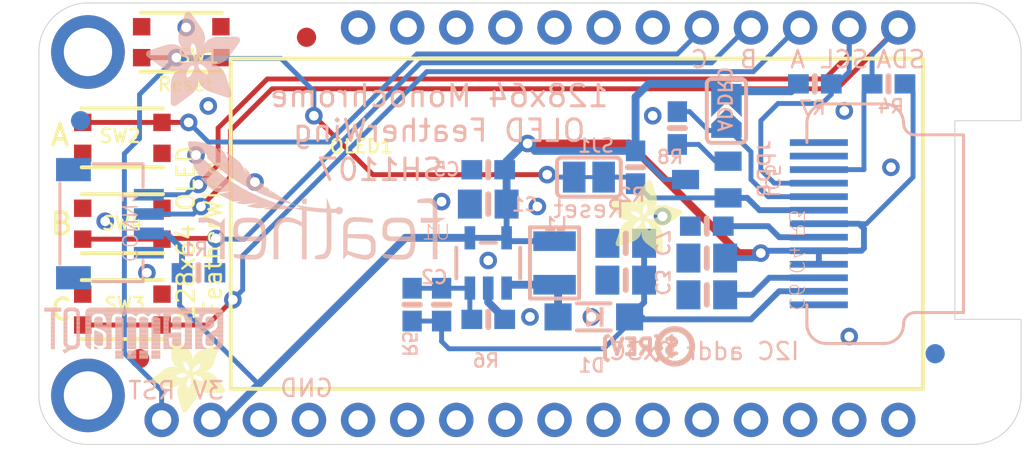
<source format=kicad_pcb>
(kicad_pcb (version 20240108) (generator "pcbnew") (generator_version "8.0")
  (layers (0 "F.Cu" signal) (31 "B.Cu" signal) (34 "B.Paste" user) (35 "F.Paste" user) (36 "B.SilkS" user "B.Silkscreen") (37 "F.SilkS" user "F.Silkscreen") (38 "B.Mask" user) (39 "F.Mask" user) (44 "Edge.Cuts" user))
  (net 0 "")
  (net 1 "GND")
  (net 2 "~{RESET}")
  (net 3 "3.3V")
  (net 4 "J")
  (net 5 "I")
  (net 6 "H")
  (net 7 "SDA")
  (net 8 "SCL")
  (net 9 "~{OLED_RST}")
  (net 10 "N$7")
  (net 11 "VCOMH")
  (net 12 "+12V")
  (net 13 "N$1")
  (net 14 "N$3")
  (net 15 "N$2")
  (footprint "Adafruit 128x64 OLED FeatherWing:BTN_KMR2_4.6X2.8" (layer "F.Cu") (at 127.4191 100.5586 180)
    (property "Reference" "SW2" (at -1.016 0.508 0) (layer "F.SilkS") (effects (font (size 0.692831 0.692831) (thickness 0.119969)) (justify right top)))
    (property "Value" "KMR2")
    (pad "A" smd rect (at 2.05 -0.8 180) (size 0.9 0.9) (layers "F.Cu" "F.Paste" "F.Mask") (net 1 "GND"))
    (pad "A'" smd rect (at -2.05 -0.8 180) (size 0.9 0.9) (layers "F.Cu" "F.Paste" "F.Mask") (net 1 "GND"))
    (pad "B" smd rect (at 2.05 0.8 180) (size 0.9 0.9) (layers "F.Cu" "F.Paste" "F.Mask") (net 4 "J"))
    (pad "B'" smd rect (at -2.05 0.8 180) (size 0.9 0.9) (layers "F.Cu" "F.Paste" "F.Mask") (net 4 "J"))
  )
  (footprint "Adafruit 128x64 OLED FeatherWing:BTN_KMR2_4.6X2.8" (layer "F.Cu") (at 127.4191 105.0036)
    (property "Reference" "SW4" (at -1.143 0.381 0) (layer "F.SilkS") (effects (font (size 0.692831 0.692831) (thickness 0.119969)) (justify left bottom)))
    (property "Value" "KMR2")
    (pad "A" smd rect (at 2.05 -0.8) (size 0.9 0.9) (layers "F.Cu" "F.Paste" "F.Mask") (net 1 "GND"))
    (pad "A'" smd rect (at -2.05 -0.8) (size 0.9 0.9) (layers "F.Cu" "F.Paste" "F.Mask") (net 1 "GND"))
    (pad "B" smd rect (at 2.05 0.8) (size 0.9 0.9) (layers "F.Cu" "F.Paste" "F.Mask") (net 5 "I"))
    (pad "B'" smd rect (at -2.05 0.8) (size 0.9 0.9) (layers "F.Cu" "F.Paste" "F.Mask") (net 5 "I"))
  )
  (footprint "Adafruit 128x64 OLED FeatherWing:BTN_KMR2_4.6X2.8" (layer "F.Cu") (at 127.4191 109.4486)
    (property "Reference" "SW3" (at -1.016 0.127 0) (layer "F.SilkS") (effects (font (size 0.692831 0.692831) (thickness 0.119969)) (justify left bottom)))
    (property "Value" "KMR2")
    (pad "A" smd rect (at 2.05 -0.8) (size 0.9 0.9) (layers "F.Cu" "F.Paste" "F.Mask") (net 1 "GND"))
    (pad "A'" smd rect (at -2.05 -0.8) (size 0.9 0.9) (layers "F.Cu" "F.Paste" "F.Mask") (net 1 "GND"))
    (pad "B" smd rect (at 2.05 0.8) (size 0.9 0.9) (layers "F.Cu" "F.Paste" "F.Mask") (net 6 "H"))
    (pad "B'" smd rect (at -2.05 0.8) (size 0.9 0.9) (layers "F.Cu" "F.Paste" "F.Mask") (net 6 "H"))
  )
  (footprint "Adafruit 128x64 OLED FeatherWing:BTN_KMR2_4.6X2.8" (layer "F.Cu") (at 130.4671 95.6056)
    (property "Reference" "SW1" (at -0.254 1.143 0) (layer "F.SilkS") (effects (font (size 0.692831 0.692831) (thickness 0.119969)) (justify left bottom)))
    (property "Value" "KMR2")
    (pad "A" smd rect (at 2.05 -0.8) (size 0.9 0.9) (layers "F.Cu" "F.Paste" "F.Mask") (net 1 "GND"))
    (pad "A'" smd rect (at -2.05 -0.8) (size 0.9 0.9) (layers "F.Cu" "F.Paste" "F.Mask") (net 1 "GND"))
    (pad "B" smd rect (at 2.05 0.8) (size 0.9 0.9) (layers "F.Cu" "F.Paste" "F.Mask") (net 2 "~{RESET}"))
    (pad "B'" smd rect (at -2.05 0.8) (size 0.9 0.9) (layers "F.Cu" "F.Paste" "F.Mask") (net 2 "~{RESET}"))
  )
  (footprint "Adafruit 128x64 OLED FeatherWing:FIDUCIAL_1MM" (layer "F.Cu") (at 128.3081 111.9886)
    (property "Reference" "FID2" (hide yes))
    (property "Value" "FIDUCIAL_1MM" (hide yes))
    (pad "1" smd roundrect (at 0 0) (size 1 1) (layers "F.Cu" "F.Mask") (roundrect_rratio 0.5))
  )
  (footprint "Adafruit 128x64 OLED FeatherWing:FIDUCIAL_1MM" (layer "F.Cu") (at 136.9441 95.3516)
    (property "Reference" "FID3" (hide yes))
    (property "Value" "FIDUCIAL_1MM" (hide yes))
    (pad "1" smd roundrect (at 0 0) (size 1 1) (layers "F.Cu" "F.Mask") (roundrect_rratio 0.5))
  )
  (footprint "Adafruit 128x64 OLED FeatherWing:ADAFRUIT_3.5MM" (layer "F.Cu") (at 132.7531 110.9726 180)
    (property "Reference" "U$37" (hide yes))
    (property "Value" "" (hide yes))
  )
  (footprint "Adafruit 128x64 OLED FeatherWing:ADAFRUIT_3.5MM" (layer "F.Cu") (at 152.5651 106.5276)
    (property "Reference" "U$16" (hide yes))
    (property "Value" "" (hide yes))
  )
  (footprint "Adafruit 128x64 OLED FeatherWing:FEATHERWING_NODIM" (layer "F.Cu") (at 123.1011 116.4336)
    (property "Reference" "MS1" (hide yes))
    (property "Value" "FEATHERWING_NODIM" (hide yes))
    (pad "" np_thru_hole circle (at 48.26 -20.32) (size 2.54 2.54) (drill 2.54) (layers "*.Cu" "*.Mask"))
    (pad "" np_thru_hole circle (at 48.26 -2.54) (size 2.54 2.54) (drill 2.54) (layers "*.Cu" "*.Mask"))
    (pad "1" thru_hole circle (at 6.35 -1.27) (size 1.778 1.778) (drill 1) (layers "*.Cu" "*.Mask") (net 2 "~{RESET}"))
    (pad "2" thru_hole circle (at 8.89 -1.27) (size 1.778 1.778) (drill 1) (layers "*.Cu" "*.Mask") (net 3 "3.3V"))
    (pad "3" thru_hole circle (at 11.43 -1.27) (size 1.778 1.778) (drill 1) (layers "*.Cu" "*.Mask"))
    (pad "4" thru_hole circle (at 13.97 -1.27) (size 1.778 1.778) (drill 1) (layers "*.Cu" "*.Mask") (net 1 "GND"))
    (pad "5" thru_hole circle (at 16.51 -1.27) (size 1.778 1.778) (drill 1) (layers "*.Cu" "*.Mask"))
    (pad "6" thru_hole circle (at 19.05 -1.27) (size 1.778 1.778) (drill 1) (layers "*.Cu" "*.Mask"))
    (pad "7" thru_hole circle (at 21.59 -1.27) (size 1.778 1.778) (drill 1) (layers "*.Cu" "*.Mask"))
    (pad "8" thru_hole circle (at 24.13 -1.27) (size 1.778 1.778) (drill 1) (layers "*.Cu" "*.Mask"))
    (pad "9" thru_hole circle (at 26.67 -1.27) (size 1.778 1.778) (drill 1) (layers "*.Cu" "*.Mask"))
    (pad "10" thru_hole circle (at 29.21 -1.27) (size 1.778 1.778) (drill 1) (layers "*.Cu" "*.Mask"))
    (pad "11" thru_hole circle (at 31.75 -1.27) (size 1.778 1.778) (drill 1) (layers "*.Cu" "*.Mask"))
    (pad "12" thru_hole circle (at 34.29 -1.27) (size 1.778 1.778) (drill 1) (layers "*.Cu" "*.Mask"))
    (pad "13" thru_hole circle (at 36.83 -1.27) (size 1.778 1.778) (drill 1) (layers "*.Cu" "*.Mask"))
    (pad "14" thru_hole circle (at 39.37 -1.27) (size 1.778 1.778) (drill 1) (layers "*.Cu" "*.Mask"))
    (pad "15" thru_hole circle (at 41.91 -1.27) (size 1.778 1.778) (drill 1) (layers "*.Cu" "*.Mask"))
    (pad "16" thru_hole circle (at 44.45 -1.27) (size 1.778 1.778) (drill 1) (layers "*.Cu" "*.Mask"))
    (pad "17" thru_hole circle (at 44.45 -21.59) (size 1.778 1.778) (drill 1) (layers "*.Cu" "*.Mask") (net 7 "SDA"))
    (pad "18" thru_hole circle (at 41.91 -21.59) (size 1.778 1.778) (drill 1) (layers "*.Cu" "*.Mask") (net 8 "SCL"))
    (pad "19" thru_hole circle (at 39.37 -21.59) (size 1.778 1.778) (drill 1) (layers "*.Cu" "*.Mask") (net 6 "H"))
    (pad "20" thru_hole circle (at 36.83 -21.59) (size 1.778 1.778) (drill 1) (layers "*.Cu" "*.Mask") (net 5 "I"))
    (pad "21" thru_hole circle (at 34.29 -21.59) (size 1.778 1.778) (drill 1) (layers "*.Cu" "*.Mask") (net 4 "J"))
    (pad "22" thru_hole circle (at 31.75 -21.59) (size 1.778 1.778) (drill 1) (layers "*.Cu" "*.Mask"))
    (pad "23" thru_hole circle (at 29.21 -21.59) (size 1.778 1.778) (drill 1) (layers "*.Cu" "*.Mask"))
    (pad "24" thru_hole circle (at 26.67 -21.59) (size 1.778 1.778) (drill 1) (layers "*.Cu" "*.Mask"))
    (pad "25" thru_hole circle (at 24.13 -21.59) (size 1.778 1.778) (drill 1) (layers "*.Cu" "*.Mask"))
    (pad "26" thru_hole circle (at 21.59 -21.59) (size 1.778 1.778) (drill 1) (layers "*.Cu" "*.Mask"))
    (pad "27" thru_hole circle (at 19.05 -21.59) (size 1.778 1.778) (drill 1) (layers "*.Cu" "*.Mask"))
    (pad "28" thru_hole circle (at 16.51 -21.59) (size 1.778 1.778) (drill 1) (layers "*.Cu" "*.Mask"))
    (pad "P$1" thru_hole circle (at 2.54 -20.32) (size 3.81 3.81) (drill 2.5) (layers "*.Cu" "*.Mask"))
    (pad "P$2" thru_hole circle (at 2.54 -2.54) (size 3.81 3.81) (drill 2.5) (layers "*.Cu" "*.Mask"))
  )
  (footprint "Adafruit 128x64 OLED FeatherWing:QT1107P11A" (layer "F.Cu") (at 168.8211 105.0036)
    (property "Reference" "OLED1" (at -30.75 -3.6 0) (layer "F.SilkS") (effects (font (size 0.692831 0.692831) (thickness 0.119969)) (justify left bottom)))
    (property "Value" "OLED_128X64_SH1107")
    (pad "" np_thru_hole circle (at -2 -5.2) (size 1 1) (drill 1) (layers "*.Cu" "*.Mask"))
    (pad "" np_thru_hole circle (at -2 5.2) (size 1 1) (drill 1) (layers "*.Cu" "*.Mask"))
    (pad "1" smd rect (at -5.38 4.2 180) (size 3 0.35) (layers "B.Cu" "B.Mask") (net 1 "GND"))
    (pad "2" smd rect (at -5.38 3.5 180) (size 3 0.35) (layers "B.Cu" "B.Mask") (net 12 "+12V"))
    (pad "3" smd rect (at -5.38 2.8 180) (size 3 0.35) (layers "B.Cu" "B.Mask") (net 11 "VCOMH"))
    (pad "4" smd rect (at -5.38 2.1 180) (size 3 0.35) (layers "B.Cu" "B.Mask") (net 3 "3.3V"))
    (pad "5" smd rect (at -5.38 1.4 180) (size 3 0.35) (layers "B.Cu" "B.Mask") (net 3 "3.3V"))
    (pad "6" smd rect (at -5.38 0.7 180) (size 3 0.35) (layers "B.Cu" "B.Mask") (net 10 "N$7"))
    (pad "7" smd rect (at -5.38 0 180) (size 3 0.35) (layers "B.Cu" "B.Mask") (net 3 "3.3V"))
    (pad "8" smd rect (at -5.38 -0.7 180) (size 3 0.35) (layers "B.Cu" "B.Mask") (net 9 "~{OLED_RST}"))
    (pad "9" smd rect (at -5.38 -1.4 180) (size 3 0.35) (layers "B.Cu" "B.Mask") (net 15 "N$2"))
    (pad "10" smd rect (at -5.38 -2.1 180) (size 3 0.35) (layers "B.Cu" "B.Mask") (net 8 "SCL"))
    (pad "11" smd rect (at -5.38 -2.8 180) (size 3 0.35) (layers "B.Cu" "B.Mask") (net 7 "SDA"))
    (pad "12" smd rect (at -5.38 -3.5 180) (size 3 0.35) (layers "B.Cu" "B.Mask") (net 1 "GND"))
    (pad "13" smd rect (at -5.38 -4.2 180) (size 3 0.35) (layers "B.Cu" "B.Mask") (net 1 "GND"))
  )
  (footprint "Adafruit 128x64 OLED FeatherWing:0805-NO" (layer "B.Cu") (at 153.4541 106.0196 180)
    (property "Reference" "C7" (at -2.286 0.762 -90) (layer "B.SilkS") (effects (font (size 0.692831 0.692831) (thickness 0.119969)) (justify right top mirror)))
    (property "Value" "10uF/16V")
    (pad "1" smd rect (at -0.95 0 180) (size 1.24 1.5) (layers "B.Cu" "B.Paste" "B.Mask") (net 12 "+12V"))
    (pad "2" smd rect (at 0.95 0 180) (size 1.24 1.5) (layers "B.Cu" "B.Paste" "B.Mask") (net 1 "GND"))
  )
  (footprint "Adafruit 128x64 OLED FeatherWing:SOT23" (layer "B.Cu") (at 157.6451 102.7176 -90)
    (property "Reference" "IC5" (at -0.889 -3.81 -90) (layer "B.SilkS") (effects (font (size 0.719328 0.719328) (thickness 0.093472)) (justify right top mirror)))
    (property "Value" "APX803")
    (pad "1" smd rect (at -0.95 -1.1 270) (size 1 1.4) (layers "B.Cu" "B.Paste" "B.Mask") (net 1 "GND"))
    (pad "2" smd rect (at 0.95 -1.1 270) (size 1 1.4) (layers "B.Cu" "B.Paste" "B.Mask") (net 9 "~{OLED_RST}"))
    (pad "3" smd rect (at 0 1.1 270) (size 1 1.4) (layers "B.Cu" "B.Paste" "B.Mask") (net 3 "3.3V"))
  )
  (footprint "Adafruit 128x64 OLED FeatherWing:0603-NO" (layer "B.Cu") (at 146.3421 109.9566 180)
    (property "Reference" "R6" (at -0.635 -2.54 -0) (layer "B.SilkS") (effects (font (size 0.692831 0.692831) (thickness 0.119969)) (justify left bottom mirror)))
    (property "Value" "12K")
    (pad "1" smd rect (at -0.85 0 180) (size 1.075 1) (layers "B.Cu" "B.Paste" "B.Mask") (net 1 "GND"))
    (pad "2" smd rect (at 0.85 0 180) (size 1.075 1) (layers "B.Cu" "B.Paste" "B.Mask") (net 14 "N$3"))
  )
  (footprint "Adafruit 128x64 OLED FeatherWing:0603-NO" (layer "B.Cu") (at 143.9291 109.1946 90)
    (property "Reference" "C2" (at 1.016 0.381 -0) (layer "B.SilkS") (effects (font (size 0.692831 0.692831) (thickness 0.119969)) (justify left bottom mirror)))
    (property "Value" "0.1uF")
    (pad "1" smd rect (at -0.85 0 90) (size 1.075 1) (layers "B.Cu" "B.Paste" "B.Mask") (net 12 "+12V"))
    (pad "2" smd rect (at 0.85 0 90) (size 1.075 1) (layers "B.Cu" "B.Paste" "B.Mask") (net 14 "N$3"))
  )
  (footprint "Adafruit 128x64 OLED FeatherWing:SOLDERJUMPER_ARROW_NOPASTE" (layer "B.Cu") (at 158.6611 99.1616 90)
    (property "Reference" "ADDR0" (at -1.143 -0.508 -90) (layer "B.SilkS") (effects (font (size 0.692831 0.692831) (thickness 0.119969)) (justify left bottom mirror)))
    (property "Value" "")
    (fp_poly (pts (xy 1.3946 -0.7882) (xy -0.315893 -0.7882) (xy 0.443148 0) (xy -0.315893 0.7882) (xy 1.3946 0.7882)) (fill solid) (layer "B.Cu"))
    (fp_poly (pts (xy 0.106121 -0.002663) (xy -0.679416 -0.7882) (xy -1.3946 -0.7882) (xy -1.3946 0.7882) (xy -0.62715 0.7882)) (fill solid) (layer "B.Cu"))
    (pad "1" smd roundrect (at -1.016 0 90) (size 0.762 1.524) (layers "B.Cu") (net 15 "N$2"))
    (pad "2" smd roundrect (at 1.016 0 90) (size 0.762 1.524) (layers "B.Cu") (net 3 "3.3V"))
  )
  (footprint "Adafruit 128x64 OLED FeatherWing:FIDUCIAL_1MM" (layer "B.Cu") (at 125.2601 99.6696 180)
    (property "Reference" "FID4" (hide yes))
    (property "Value" "FIDUCIAL_1MM" (hide yes))
    (pad "1" smd roundrect (at 0 0 180) (size 1 1) (layers "B.Cu" "B.Mask") (roundrect_rratio 0.5))
  )
  (footprint "Adafruit 128x64 OLED FeatherWing:FIDUCIAL_1MM" (layer "B.Cu") (at 169.4561 111.7346 180)
    (property "Reference" "FID1" (hide yes))
    (property "Value" "FIDUCIAL_1MM" (hide yes))
    (pad "1" smd roundrect (at 0 0 180) (size 1 1) (layers "B.Cu" "B.Mask") (roundrect_rratio 0.5))
  )
  (footprint "Adafruit 128x64 OLED FeatherWing:SOD-123" (layer "B.Cu") (at 151.8031 109.8296 180)
    (property "Reference" "D1" (at -0.635 -2.921 -0) (layer "B.SilkS") (effects (font (size 0.692831 0.692831) (thickness 0.119969)) (justify left bottom mirror)))
    (property "Value" "MBR120")
    (pad "A" smd rect (at 1.85 0 90) (size 1.4 1.4) (layers "B.Cu" "B.Paste" "B.Mask") (net 13 "N$1"))
    (pad "C" smd rect (at -1.85 0 90) (size 1.4 1.4) (layers "B.Cu" "B.Paste" "B.Mask") (net 12 "+12V"))
  )
  (footprint "Adafruit 128x64 OLED FeatherWing:INDUCTOR_1007" (layer "B.Cu") (at 149.7711 107.0356 -90)
    (property "Reference" "L1" (at -2.413 0.635 0) (layer "B.SilkS") (effects (font (size 0.692831 0.692831) (thickness 0.119969)) (justify right top mirror)))
    (property "Value" "10uH")
    (pad "P$1" smd rect (at -1.127 0 270) (size 1.016 2.2) (layers "B.Cu" "B.Paste" "B.Mask") (net 3 "3.3V"))
    (pad "P$2" smd rect (at 1.127 0 270) (size 1.016 2.2) (layers "B.Cu" "B.Paste" "B.Mask") (net 13 "N$1"))
  )
  (footprint "Adafruit 128x64 OLED FeatherWing:0805-NO" (layer "B.Cu") (at 157.6451 106.7816)
    (property "Reference" "C4" (at 4.191 0.889 -90) (layer "B.SilkS") (effects (font (size 0.75948 0.75948) (thickness 0.05332)) (justify left bottom mirror)))
    (property "Value" "10uF")
    (pad "1" smd rect (at -0.95 0) (size 1.24 1.5) (layers "B.Cu" "B.Paste" "B.Mask") (net 1 "GND"))
    (pad "2" smd rect (at 0.95 0) (size 1.24 1.5) (layers "B.Cu" "B.Paste" "B.Mask") (net 3 "3.3V"))
  )
  (footprint "Adafruit 128x64 OLED FeatherWing:0805-NO" (layer "B.Cu") (at 153.4541 107.9246 180)
    (property "Reference" "C3" (at -2.286 0.635 -90) (layer "B.SilkS") (effects (font (size 0.692831 0.692831) (thickness 0.119969)) (justify right top mirror)))
    (property "Value" "10uF/16V")
    (pad "1" smd rect (at -0.95 0 180) (size 1.24 1.5) (layers "B.Cu" "B.Paste" "B.Mask") (net 12 "+12V"))
    (pad "2" smd rect (at 0.95 0 180) (size 1.24 1.5) (layers "B.Cu" "B.Paste" "B.Mask") (net 1 "GND"))
  )
  (footprint "Adafruit 128x64 OLED FeatherWing:0603-NO" (layer "B.Cu") (at 156.1211 100.0506 90)
    (property "Reference" "R8" (at -1.905 0.381 -0) (layer "B.SilkS") (effects (font (size 0.692831 0.692831) (thickness 0.119969)) (justify left bottom mirror)))
    (property "Value" "12K")
    (pad "1" smd rect (at -0.85 0 90) (size 1.075 1) (layers "B.Cu" "B.Paste" "B.Mask") (net 1 "GND"))
    (pad "2" smd rect (at 0.85 0 90) (size 1.075 1) (layers "B.Cu" "B.Paste" "B.Mask") (net 15 "N$2"))
  )
  (footprint "Adafruit 128x64 OLED FeatherWing:0603-NO" (layer "B.Cu") (at 163.2331 97.7646 180)
    (property "Reference" "R7" (at -0.635 -1.651 -0) (layer "B.SilkS") (effects (font (size 0.692831 0.692831) (thickness 0.119969)) (justify left bottom mirror)))
    (property "Value" "2.2K")
    (pad "1" smd rect (at -0.85 0 180) (size 1.075 1) (layers "B.Cu" "B.Paste" "B.Mask") (net 8 "SCL"))
    (pad "2" smd rect (at 0.85 0 180) (size 1.075 1) (layers "B.Cu" "B.Paste" "B.Mask") (net 3 "3.3V"))
  )
  (footprint "Adafruit 128x64 OLED FeatherWing:ADAFRUIT_5MM" (layer "B.Cu") (at 133.5151 98.9076 180)
    (property "Reference" "U$8" (hide yes))
    (property "Value" "" (hide yes))
  )
  (footprint "Adafruit 128x64 OLED FeatherWing:0603-NO" (layer "B.Cu") (at 142.4051 109.1946 -90)
    (property "Reference" "R5" (at 1.27 -0.254 -90) (layer "B.SilkS") (effects (font (size 0.692831 0.692831) (thickness 0.119969)) (justify right top mirror)))
    (property "Value" "100K")
    (pad "1" smd rect (at -0.85 0 270) (size 1.075 1) (layers "B.Cu" "B.Paste" "B.Mask") (net 14 "N$3"))
    (pad "2" smd rect (at 0.85 0 270) (size 1.075 1) (layers "B.Cu" "B.Paste" "B.Mask") (net 12 "+12V"))
  )
  (footprint "Adafruit 128x64 OLED FeatherWing:0603-NO" (layer "B.Cu") (at 131.3561 107.5436 180)
    (property "Reference" "R1" (at -0.5715 0.8255 -0) (layer "B.SilkS") (effects (font (size 0.692831 0.692831) (thickness 0.119969)) (justify left bottom mirror)))
    (property "Value" "100K")
    (pad "1" smd rect (at -0.85 0 180) (size 1.075 1) (layers "B.Cu" "B.Paste" "B.Mask") (net 5 "I"))
    (pad "2" smd rect (at 0.85 0 180) (size 1.075 1) (layers "B.Cu" "B.Paste" "B.Mask") (net 3 "3.3V"))
  )
  (footprint "Adafruit 128x64 OLED FeatherWing:0805-NO" (layer "B.Cu") (at 146.3421 103.9876 180)
    (property "Reference" "C1" (at -1.143 0.381 0) (layer "B.SilkS") (effects (font (size 0.692831 0.692831) (thickness 0.119969)) (justify right top mirror)))
    (property "Value" "10uF")
    (pad "1" smd rect (at -0.95 0 180) (size 1.24 1.5) (layers "B.Cu" "B.Paste" "B.Mask") (net 3 "3.3V"))
    (pad "2" smd rect (at 0.95 0 180) (size 1.24 1.5) (layers "B.Cu" "B.Paste" "B.Mask") (net 1 "GND"))
  )
  (footprint "Adafruit 128x64 OLED FeatherWing:0805-NO" (layer "B.Cu") (at 157.6451 108.6866)
    (property "Reference" "C6" (at 4.191 0.889 -90) (layer "B.SilkS") (effects (font (size 0.75948 0.75948) (thickness 0.05332)) (justify left bottom mirror)))
    (property "Value" "10uF")
    (pad "1" smd rect (at -0.95 0) (size 1.24 1.5) (layers "B.Cu" "B.Paste" "B.Mask") (net 1 "GND"))
    (pad "2" smd rect (at 0.95 0) (size 1.24 1.5) (layers "B.Cu" "B.Paste" "B.Mask") (net 11 "VCOMH"))
  )
  (footprint "Adafruit 128x64 OLED FeatherWing:STEMMAQT" (layer "B.Cu") (at 132.6261 111.9886 180)
    (property "Reference" "U$35" (hide yes))
    (property "Value" "" (hide yes))
  )
  (footprint "Adafruit 128x64 OLED FeatherWing:JST_SH4" (layer "B.Cu") (at 126.2761 105.0036 90)
    (property "Reference" "CONN1" (at -2.06 1.074 -90) (layer "B.SilkS") (effects (font (size 0.738022 0.738022) (thickness 0.074778)) (justify left bottom mirror)))
    (property "Value" "STEMMA_I2C_QT" (hide yes))
    (pad "1" smd rect (at -1.5 2.514) (size 1.55 0.6) (layers "B.Cu" "B.Paste" "B.Mask") (net 1 "GND"))
    (pad "2" smd rect (at -0.5 2.514) (size 1.55 0.6) (layers "B.Cu" "B.Paste" "B.Mask") (net 3 "3.3V"))
    (pad "3" smd rect (at 0.5 2.514) (size 1.55 0.6) (layers "B.Cu" "B.Paste" "B.Mask") (net 7 "SDA"))
    (pad "4" smd rect (at 1.5 2.514) (size 1.55 0.6) (layers "B.Cu" "B.Paste" "B.Mask") (net 8 "SCL"))
    (pad "MT1" smd rect (at -2.8 -1.386) (size 1.8 1.2) (layers "B.Cu" "B.Paste" "B.Mask") (net 1 "GND"))
    (pad "MT2" smd rect (at 2.8 -1.386) (size 1.8 1.2) (layers "B.Cu" "B.Paste" "B.Mask") (net 1 "GND"))
  )
  (footprint "Adafruit 128x64 OLED FeatherWing:0603-NO" (layer "B.Cu") (at 157.6451 105.1306)
    (property "Reference" "R3" (at 4.191 0.635 -90) (layer "B.SilkS") (effects (font (size 0.75948 0.75948) (thickness 0.05332)) (justify left bottom mirror)))
    (property "Value" "680K")
    (pad "1" smd rect (at -0.85 0) (size 1.075 1) (layers "B.Cu" "B.Paste" "B.Mask") (net 1 "GND"))
    (pad "2" smd rect (at 0.85 0) (size 1.075 1) (layers "B.Cu" "B.Paste" "B.Mask") (net 10 "N$7"))
  )
  (footprint "Adafruit 128x64 OLED FeatherWing:SOT23-5" (layer "B.Cu") (at 146.3421 107.0356 180)
    (property "Reference" "U1" (at 1.905 1.143 -0) (layer "B.SilkS") (effects (font (size 0.75948 0.75948) (thickness 0.05332)) (justify left bottom mirror)))
    (property "Value" "FAN5331SX")
    (pad "1" smd rect (at -0.95 -1.3001 180) (size 0.55 1.2) (layers "B.Cu" "B.Paste" "B.Mask") (net 13 "N$1"))
    (pad "2" smd rect (at 0 -1.3001 180) (size 0.55 1.2) (layers "B.Cu" "B.Paste" "B.Mask") (net 1 "GND"))
    (pad "3" smd rect (at 0.95 -1.3001 180) (size 0.55 1.2) (layers "B.Cu" "B.Paste" "B.Mask") (net 14 "N$3"))
    (pad "4" smd rect (at 0.95 1.3001 180) (size 0.55 1.2) (layers "B.Cu" "B.Paste" "B.Mask") (net 3 "3.3V"))
    (pad "5" smd rect (at -0.95 1.3001 180) (size 0.55 1.2) (layers "B.Cu" "B.Paste" "B.Mask") (net 3 "3.3V"))
  )
  (footprint "Adafruit 128x64 OLED FeatherWing:0603-NO" (layer "B.Cu") (at 153.9621 102.0826 90)
    (property "Reference" "R2" (at -1.8415 0.5715 -0) (layer "B.SilkS") (effects (font (size 0.692831 0.692831) (thickness 0.119969)) (justify left bottom mirror)))
    (property "Value" "12K")
    (pad "1" smd rect (at -0.85 0 90) (size 1.075 1) (layers "B.Cu" "B.Paste" "B.Mask") (net 9 "~{OLED_RST}"))
    (pad "2" smd rect (at 0.85 0 90) (size 1.075 1) (layers "B.Cu" "B.Paste" "B.Mask") (net 3 "3.3V"))
  )
  (footprint "Adafruit 128x64 OLED FeatherWing:SOLDERJUMPER_CLOSEDWIRE" (layer "B.Cu") (at 151.5491 102.5906)
    (property "Reference" "SJ1" (at -0.635 -2.032 0) (layer "B.SilkS") (effects (font (size 0.692831 0.692831) (thickness 0.119969)) (justify right top mirror)))
    (property "Value" "")
    (pad "1" smd rect (at -0.762 0) (size 1.1684 1.6002) (layers "B.Cu") (net 2 "~{RESET}"))
    (pad "2" smd rect (at 0.762 0) (size 1.1684 1.6002) (layers "B.Cu") (net 9 "~{OLED_RST}"))
    (pad "WIRE" smd rect (at 0 0 180) (size 0.635 0.2032) (layers "B.Cu"))
  )
  (footprint "Adafruit 128x64 OLED FeatherWing:PCBFEAT-REV-040" (layer "B.Cu") (at 155.9941 111.3536 180)
    (property "Reference" "U$14" (hide yes))
    (property "Value" "" (hide yes))
    (fp_text user "${REV}" (at -0.3556 -0.508 0) (layer "B.SilkS") (effects (font (size 0.8128 0.8128) (thickness 0.2032)) (justify left bottom mirror)))
  )
  (footprint "Adafruit 128x64 OLED FeatherWing:FEATHERLOGO_SMALL" (layer "B.Cu") (at 144.1831 106.9086 180)
    (property "Reference" "U$36" (hide yes))
    (property "Value" "" (hide yes))
  )
  (footprint "Adafruit 128x64 OLED FeatherWing:0603-NO" (layer "B.Cu") (at 146.3421 102.2096)
    (property "Reference" "C5" (at -1.397 0.381 -0) (layer "B.SilkS") (effects (font (size 0.692831 0.692831) (thickness 0.119969)) (justify left bottom mirror)))
    (property "Value" "0.1uF")
    (pad "1" smd rect (at -0.85 0) (size 1.075 1) (layers "B.Cu" "B.Paste" "B.Mask") (net 1 "GND"))
    (pad "2" smd rect (at 0.85 0) (size 1.075 1) (layers "B.Cu" "B.Paste" "B.Mask") (net 3 "3.3V"))
  )
  (footprint "Adafruit 128x64 OLED FeatherWing:0603-NO" (layer "B.Cu") (at 167.0431 97.7646)
    (property "Reference" "R4" (at -0.635 0.762 0) (layer "B.SilkS") (effects (font (size 0.692831 0.692831) (thickness 0.119969)) (justify right top mirror)))
    (property "Value" "2.2K")
    (pad "1" smd rect (at -0.85 0) (size 1.075 1) (layers "B.Cu" "B.Paste" "B.Mask") (net 7 "SDA"))
    (pad "2" smd rect (at 0.85 0) (size 1.075 1) (layers "B.Cu" "B.Paste" "B.Mask") (net 3 "3.3V"))
  )
  (gr_arc (start 125.6411 116.4336) (mid 123.845049 115.689651) (end 123.1011 113.8936) (stroke (width 0.05)) (layer "Edge.Cuts"))
  (gr_arc (start 173.9011 113.8936) (mid 173.157151 115.689651) (end 171.3611 116.4336) (stroke (width 0.05)) (layer "Edge.Cuts"))
  (gr_line (start 170.4721 99.6696) (end 173.9011 99.6696) (stroke (width 0.05)) (layer "Edge.Cuts"))
  (gr_line (start 173.9011 113.8936) (end 173.9011 109.9566) (stroke (width 0.05)) (layer "Edge.Cuts"))
  (gr_line (start 123.1011 96.1136) (end 123.1011 113.8936) (stroke (width 0.05)) (layer "Edge.Cuts"))
  (gr_arc (start 123.1011 96.1136) (mid 123.845049 94.317549) (end 125.6411 93.5736) (stroke (width 0.05)) (layer "Edge.Cuts"))
  (gr_line (start 173.9011 109.9566) (end 170.4721 109.9566) (stroke (width 0.05)) (layer "Edge.Cuts"))
  (gr_arc (start 171.3611 93.5736) (mid 173.157151 94.317549) (end 173.9011 96.1136) (stroke (width 0.05)) (layer "Edge.Cuts"))
  (gr_line (start 171.3611 93.5736) (end 125.6411 93.5736) (stroke (width 0.05)) (layer "Edge.Cuts"))
  (gr_line (start 170.4721 109.9566) (end 170.4721 99.6696) (stroke (width 0.05)) (layer "Edge.Cuts"))
  (gr_line (start 173.9011 99.6696) (end 173.9011 96.1136) (stroke (width 0.05)) (layer "Edge.Cuts"))
  (gr_line (start 125.6411 116.4336) (end 171.3611 116.4336) (stroke (width 0.05)) (layer "Edge.Cuts"))
  (gr_text "3V" (at 131.8641 113.6396 0) (layer "B.SilkS") (effects (font (size 0.89408 0.89408) (thickness 0.12192)) (justify mirror)))
  (gr_text "C" (at 157.2641 96.4946 0) (layer "B.SilkS") (effects (font (size 0.89408 0.89408) (thickness 0.12192)) (justify mirror)))
  (gr_text "addr" (at 160.6931 102.201812 -90) (layer "B.SilkS") (effects (font (size 0.89408 0.89408) (thickness 0.12192)) (justify mirror)))
  (gr_text "A" (at 162.3441 96.4946 0) (layer "B.SilkS") (effects (font (size 0.89408 0.89408) (thickness 0.12192)) (justify mirror)))
  (gr_text "SH1107" (at 140.7541 102.2096 0) (layer "B.SilkS") (effects (font (size 1.1176 1.1176) (thickness 0.1524)) (justify mirror)))
  (gr_text "128x64 Monochrome\nOLED FeatherWing" (at 143.8021 99.2886 0) (layer "B.SilkS") (effects (font (size 1.1176 1.1176) (thickness 0.1524)) (justify mirror)))
  (gr_text "SCL" (at 164.7571 96.4946 0) (layer "B.SilkS") (effects (font (size 0.89408 0.89408) (thickness 0.12192)) (justify mirror)))
  (gr_text "GND" (at 136.9441 113.5126 0) (layer "B.SilkS") (effects (font (size 0.89408 0.89408) (thickness 0.12192)) (justify mirror)))
  (gr_text "I2C addr 0x3C" (at 157.506926 111.6076 0) (layer "B.SilkS") (effects (font (size 0.89408 0.89408) (thickness 0.12192)) (justify mirror)))
  (gr_text "SDA" (at 167.6781 96.4946 0) (layer "B.SilkS") (effects (font (size 0.89408 0.89408) (thickness 0.12192)) (justify mirror)))
  (gr_text "Reset" (at 151.5491 104.2416 0) (layer "B.SilkS") (effects (font (size 0.89408 0.89408) (thickness 0.12192)) (justify mirror)))
  (gr_text "B" (at 159.8041 96.4946 0) (layer "B.SilkS") (effects (font (size 0.89408 0.89408) (thickness 0.12192)) (justify mirror)))
  (gr_text "RST" (at 128.9431 113.6396 0) (layer "B.SilkS") (effects (font (size 0.89408 0.89408) (thickness 0.12192)) (justify mirror)))
  (gr_text "C" (at 123.6091 110.0836 0) (layer "F.SilkS") (effects (font (size 1.0922 1.0922) (thickness 0.1778)) (justify left bottom)))
  (gr_text "128x64 OLED" (at 131.2291 110.0836 90) (layer "F.SilkS") (effects (font (size 0.89408 0.89408) (thickness 0.12192)) (justify left bottom)))
  (gr_text "FeatherWing" (at 132.6261 109.8296 90) (layer "F.SilkS") (effects (font (size 0.89408 0.89408) (thickness 0.12192)) (justify left bottom)))
  (gr_text "B" (at 123.6091 105.6386 0) (layer "F.SilkS") (effects (font (size 1.0922 1.0922) (thickness 0.1778)) (justify left bottom)))
  (gr_text "A" (at 123.6091 101.0666 0) (layer "F.SilkS") (effects (font (size 1.0922 1.0922) (thickness 0.1778)) (justify left bottom)))
  (gr_text "Reset" (at 129.180921 97.3836 0) (layer "F.SilkS") (effects (font (size 0.699008 0.699008) (thickness 0.113792)) (justify left top)))
  (via (at 131.8641 98.9076) (size 0.9064) (drill 0.5) (layers "F.Cu" "B.Cu") (net 1))
  (via (at 148.5011 109.8296) (size 0.9064) (drill 0.5) (layers "F.Cu" "B.Cu") (net 1))
  (via (at 143.9291 103.8606) (size 0.9064) (drill 0.5) (layers "F.Cu" "B.Cu") (net 1))
  (via (at 130.7211 94.8436) (size 0.9064) (drill 0.5) (layers "F.Cu" "B.Cu") (net 1))
  (via (at 155.3591 104.6226) (size 0.9064) (drill 0.5) (layers "F.Cu" "B.Cu") (net 1))
  (via (at 134.2771 102.8446) (size 0.9064) (drill 0.5) (layers "F.Cu" "B.Cu") (net 1))
  (via (at 148.8821 104.1146) (size 0.9064) (drill 0.5) (layers "F.Cu" "B.Cu") (net 1))
  (via (at 128.6891 107.5436) (size 0.9064) (drill 0.5) (layers "F.Cu" "B.Cu") (net 1))
  (via (at 131.2291 101.4476) (size 0.9064) (drill 0.5) (layers "F.Cu" "B.Cu") (net 1))
  (via (at 151.6761 109.8296) (size 0.9064) (drill 0.5) (layers "F.Cu" "B.Cu") (net 1))
  (via (at 164.7571 99.1616) (size 0.9064) (drill 0.5) (layers "F.Cu" "B.Cu") (net 1))
  (via (at 126.5301 104.8766) (size 0.9064) (drill 0.5) (layers "F.Cu" "B.Cu") (net 1))
  (via (at 165.0111 110.8456) (size 0.9064) (drill 0.5) (layers "F.Cu" "B.Cu") (net 1))
  (via (at 167.1701 102.0826) (size 0.9064) (drill 0.5) (layers "F.Cu" "B.Cu") (net 1))
  (via (at 154.8511 99.4156) (size 0.9064) (drill 0.5) (layers "F.Cu" "B.Cu") (net 1))
  (via (at 146.3421 106.9086) (size 0.9064) (drill 0.5) (layers "F.Cu" "B.Cu") (net 1))
  (segment (start 158.7451 101.7676) (end 158.0921 101.7676) (width 0.254) (layer "B.Cu") (net 1))
  (segment (start 158.0921 101.7676) (end 157.2251 100.9006) (width 0.254) (layer "B.Cu") (net 1))
  (segment (start 146.3421 108.3357) (end 146.3421 109.0676) (width 0.4064) (layer "B.Cu") (net 1))
  (segment (start 157.2251 100.9006) (end 156.1211 100.9006) (width 0.254) (layer "B.Cu") (net 1))
  (segment (start 146.3421 109.0676) (end 147.1921 109.9176) (width 0.4064) (layer "B.Cu") (net 1))
  (segment (start 147.1921 109.9176) (end 147.1921 109.9566) (width 0.4064) (layer "B.Cu") (net 1))
  (segment (start 128.4171 96.4056) (end 130.2131 96.4056) (width 0.254) (layer "F.Cu") (net 2))
  (segment (start 140.3731 102.4636) (end 137.3251 99.4156) (width 0.254) (layer "F.Cu") (net 2))
  (segment (start 130.2131 96.4056) (end 132.5171 96.4056) (width 0.254) (layer "F.Cu") (net 2))
  (segment (start 149.3901 102.4636) (end 140.3731 102.4636) (width 0.254) (layer "F.Cu") (net 2))
  (via (at 149.3901 102.4636) (size 0.9064) (drill 0.5) (layers "F.Cu" "B.Cu") (net 2))
  (via (at 130.2131 96.4056) (size 0.9064) (drill 0.5) (layers "F.Cu" "B.Cu") (net 2))
  (via (at 137.3251 99.4156) (size 0.9064) (drill 0.5) (layers "F.Cu" "B.Cu") (net 2))
  (segment (start 127.5247 111.7132) (end 129.4511 113.6396) (width 0.254) (layer "B.Cu") (net 2))
  (segment (start 135.6296 96.4501) (end 130.1686 96.4501) (width 0.254) (layer "B.Cu") (net 2))
  (segment (start 128.3081 98.3106) (end 128.3081 100.5937) (width 0.254) (layer "B.Cu") (net 2))
  (segment (start 137.3251 98.1456) (end 135.6296 96.4501) (width 0.254) (layer "B.Cu") (net 2))
  (segment (start 130.1686 96.4501) (end 128.3081 98.3106) (width 0.254) (layer "B.Cu") (net 2))
  (segment (start 128.3081 100.5937) (end 127.5247 101.3771) (width 0.254) (layer "B.Cu") (net 2))
  (segment (start 150.7871 102.5906) (end 149.5171 102.5906) (width 0.254) (layer "B.Cu") (net 2))
  (segment (start 130.2131 96.4056) (end 130.1686 96.4501) (width 0.254) (layer "B.Cu") (net 2))
  (segment (start 137.3251 99.4156) (end 137.3251 98.1456) (width 0.254) (layer "B.Cu") (net 2))
  (segment (start 127.5247 101.3771) (end 127.5247 111.7132) (width 0.254) (layer "B.Cu") (net 2))
  (segment (start 129.4511 113.6396) (end 129.4511 115.1636) (width 0.254) (layer "B.Cu") (net 2))
  (segment (start 149.5171 102.5906) (end 149.3901 102.4636) (width 0.254) (layer "B.Cu") (net 2))
  (segment (start 160.4391 106.5276) (end 159.2961 106.5276) (width 0.4064) (layer "F.Cu") (net 3))
  (segment (start 153.6201 100.8516) (end 148.3741 100.8516) (width 0.4064) (layer "F.Cu") (net 3))
  (segment (start 159.2961 106.5276) (end 153.6201 100.8516) (width 0.4064) (layer "F.Cu") (net 3))
  (via (at 148.3741 100.8516) (size 0.9064) (drill 0.5) (layers "F.Cu" "B.Cu") (net 3))
  (via (at 160.4391 106.5276) (size 0.9064) (drill 0.5) (layers "F.Cu" "B.Cu") (net 3))
  (segment (start 130.5061 107.5436) (end 130.5061 106.305619) (width 0.3048) (layer "B.Cu") (net 3))
  (segment (start 160.4391 106.5276) (end 160.1851 106.7816) (width 0.3048) (layer "B.Cu") (net 3))
  (segment (start 162.3831 97.7646) (end 162.0021 98.1456) (width 0.4064) (layer "B.Cu") (net 3))
  (segment (start 165.7731 106.2736) (end 165.7731 105.2576) (width 0.3048) (layer "B.Cu") (net 3))
  (segment (start 147.2921 105.7355) (end 147.4652 105.9086) (width 0.3048) (layer "B.Cu") (net 3))
  (segment (start 145.3921 105.7355) (end 142.0542 105.7355) (width 0.4064) (layer "B.Cu") (net 3))
  (segment (start 147.4652 105.9086) (end 149.7711 105.9086) (width 0.3048) (layer "B.Cu") (net 3))
  (segment (start 130.3791 109.2336) (end 134.4676 113.3221) (width 0.254) (layer "B.Cu") (net 3))
  (segment (start 153.9621 101.2326) (end 153.9621 98.4386) (width 0.4064) (layer "B.Cu") (net 3))
  (segment (start 155.4471 102.7176) (end 153.9621 101.2326) (width 0.254) (layer "B.Cu") (net 3))
  (segment (start 129.704081 105.5036) (end 130.5061 106.305619) (width 0.3048) (layer "B.Cu") (net 3))
  (segment (start 156.5451 102.7176) (end 155.4471 102.7176) (width 0.254) (layer "B.Cu") (net 3))
  (segment (start 153.9621 98.4386) (end 154.6361 97.7646) (width 0.4064) (layer "B.Cu") (net 3))
  (segment (start 165.2651 105.0036) (end 163.4411 105.0036) (width 0.3048) (layer "B.Cu") (net 3))
  (segment (start 165.6431 106.4036) (end 165.7731 106.2736) (width 0.3048) (layer "B.Cu") (net 3))
  (segment (start 142.0542 105.7355) (end 134.4676 113.3221) (width 0.4064) (layer "B.Cu") (net 3))
  (segment (start 158.5341 97.7646) (end 158.9151 98.1456) (width 0.4064) (layer "B.Cu") (net 3))
  (segment (start 167.8931 97.7646) (end 168.3131 98.1846) (width 0.254) (layer "B.Cu") (net 3))
  (segment (start 158.9151 98.1456) (end 158.6611 98.1456) (width 0.4064) (layer "B.Cu") (net 3))
  (segment (start 128.7901 105.5036) (end 129.704081 105.5036) (width 0.3048) (layer "B.Cu") (net 3))
  (segment (start 130.3791 107.6706) (end 130.3791 109.2336) (width 0.254) (layer "B.Cu") (net 3))
  (segment (start 145.3921 105.7355) (end 147.2921 105.7355) (width 0.3048) (layer "B.Cu") (net 3))
  (segment (start 165.9001 105.0036) (end 165.2651 105.0036) (width 0.254) (layer "B.Cu") (net 3))
  (segment (start 160.5631 106.4036) (end 160.4391 106.5276) (width 0.3048) (layer "B.Cu") (net 3))
  (segment (start 163.4411 107.1036) (end 163.4411 106.4036) (width 0.3048) (layer "B.Cu") (net 3))
  (segment (start 153.9621 101.2326) (end 148.7551 101.2326) (width 0.4064) (layer "B.Cu") (net 3))
  (segment (start 154.6361 97.7646) (end 158.5341 97.7646) (width 0.4064) (layer "B.Cu") (net 3))
  (segment (start 130.5061 107.5436) (end 130.3791 107.6706) (width 0.254) (layer "B.Cu") (net 3))
  (segment (start 147.2921 103.9876) (end 147.2921 102.3096) (width 0.4064) (layer "B.Cu") (net 3))
  (segment (start 147.1921 102.2096) (end 147.2921 102.3096) (width 0.4064) (layer "B.Cu") (net 3))
  (segment (start 148.3741 100.8516) (end 148.7551 101.2326) (width 0.4064) (layer "B.Cu") (net 3))
  (segment (start 168.3131 98.1846) (end 168.3131 102.5906) (width 0.254) (layer "B.Cu") (net 3))
  (segment (start 162.0021 98.1456) (end 158.9151 98.1456) (width 0.4064) (layer "B.Cu") (net 3))
  (segment (start 165.5191 105.0036) (end 165.2651 105.0036) (width 0.3048) (layer "B.Cu") (net 3))
  (segment (start 168.3131 102.5906) (end 165.9001 105.0036) (width 0.254) (layer "B.Cu") (net 3))
  (segment (start 148.2081 100.8516) (end 148.3741 100.8516) (width 0.4064) (layer "B.Cu") (net 3))
  (segment (start 163.4411 106.4036) (end 160.5631 106.4036) (width 0.3048) (layer "B.Cu") (net 3))
  (segment (start 147.2921 103.9876) (end 147.2921 105.7355) (width 0.3048) (layer "B.Cu") (net 3))
  (segment (start 165.7731 105.2576) (end 165.5191 105.0036) (width 0.3048) (layer "B.Cu") (net 3))
  (segment (start 134.4676 113.3221) (end 132.6261 115.1636) (width 0.4064) (layer "B.Cu") (net 3))
  (segment (start 147.2921 102.3096) (end 147.2921 101.7676) (width 0.4064) (layer "B.Cu") (net 3))
  (segment (start 132.6261 115.1636) (end 131.9911 115.1636) (width 0.4064) (layer "B.Cu") (net 3))
  (segment (start 160.1851 106.7816) (end 158.5951 106.7816) (width 0.3048) (layer "B.Cu") (net 3))
  (segment (start 163.4411 106.4036) (end 165.6431 106.4036) (width 0.3048) (layer "B.Cu") (net 3))
  (segment (start 147.2921 101.7676) (end 148.2081 100.8516) (width 0.4064) (layer "B.Cu") (net 3))
  (segment (start 129.4691 99.7586) (end 130.8481 99.7586) (width 0.254) (layer "F.Cu") (net 4))
  (segment (start 130.8481 99.7586) (end 125.3691 99.7586) (width 0.254) (layer "F.Cu") (net 4))
  (via (at 130.8481 99.7586) (size 0.9064) (drill 0.5) (layers "F.Cu" "B.Cu") (net 4))
  (segment (start 131.8641 100.7746) (end 130.8481 99.7586) (width 0.254) (layer "B.Cu") (net 4))
  (segment (start 138.101937 100.7746) (end 131.8641 100.7746) (width 0.254) (layer "B.Cu") (net 4))
  (segment (start 157.3911 94.8436) (end 157.3911 94.9452) (width 0.254) (layer "B.Cu") (net 4))
  (segment (start 156.1211 96.2152) (end 142.661337 96.2152) (width 0.254) (layer "B.Cu") (net 4))
  (segment (start 157.3911 94.9452) (end 156.1211 96.2152) (width 0.254) (layer "B.Cu") (net 4))
  (segment (start 142.661337 96.2152) (end 138.101937 100.7746) (width 0.254) (layer "B.Cu") (net 4))
  (segment (start 129.5071 105.7656) (end 132.2529 105.7656) (width 0.254) (layer "F.Cu") (net 5))
  (segment (start 125.3691 105.8036) (end 129.4691 105.8036) (width 0.254) (layer "F.Cu") (net 5))
  (segment (start 129.4691 105.8036) (end 129.5071 105.7656) (width 0.254) (layer "F.Cu") (net 5))
  (via (at 132.2529 105.7656) (size 0.9064) (drill 0.5) (layers "F.Cu" "B.Cu") (net 5))
  (segment (start 132.2061 105.8884) (end 132.2909 105.8036) (width 0.254) (layer "B.Cu") (net 5))
  (segment (start 157.8991 96.6724) (end 142.850718 96.6724) (width 0.254) (layer "B.Cu") (net 5))
  (segment (start 132.2909 105.8036) (end 132.2529 105.7656) (width 0.254) (layer "B.Cu") (net 5))
  (segment (start 142.850718 96.6724) (end 133.719518 105.8036) (width 0.254) (layer "B.Cu") (net 5))
  (segment (start 133.719518 105.8036) (end 132.2909 105.8036) (width 0.254) (layer "B.Cu") (net 5))
  (segment (start 159.9311 94.8436) (end 159.7279 94.8436) (width 0.254) (layer "B.Cu") (net 5))
  (segment (start 132.2061 107.5436) (end 132.2061 105.8884) (width 0.254) (layer "B.Cu") (net 5))
  (segment (start 159.7279 94.8436) (end 157.8991 96.6724) (width 0.254) (layer "B.Cu") (net 5))
  (segment (start 133.1341 108.9406) (end 131.8261 110.2486) (width 0.254) (layer "F.Cu") (net 6))
  (segment (start 129.4691 110.2486) (end 131.8261 110.2486) (width 0.254) (layer "F.Cu") (net 6))
  (segment (start 125.3691 110.2486) (end 129.4691 110.2486) (width 0.254) (layer "F.Cu") (net 6))
  (via (at 133.1341 108.9406) (size 0.9064) (drill 0.5) (layers "F.Cu" "B.Cu") (net 6))
  (segment (start 160.0581 97.1296) (end 143.1671 97.1296) (width 0.254) (layer "B.Cu") (net 6))
  (segment (start 162.4711 94.8436) (end 162.3441 94.8436) (width 0.254) (layer "B.Cu") (net 6))
  (segment (start 143.1671 97.1296) (end 133.6421 106.6546) (width 0.254) (layer "B.Cu") (net 6))
  (segment (start 133.6421 106.6546) (end 133.6421 108.4326) (width 0.254) (layer "B.Cu") (net 6))
  (segment (start 162.3441 94.8436) (end 160.0581 97.1296) (width 0.254) (layer "B.Cu") (net 6))
  (segment (start 133.6421 108.4326) (end 133.1341 108.9406) (width 0.254) (layer "B.Cu") (net 6))
  (segment (start 164.3761 98.0186) (end 135.1661 98.0186) (width 0.254) (layer "F.Cu") (net 7))
  (segment (start 167.5511 94.8436) (end 164.3761 98.0186) (width 0.254) (layer "F.Cu") (net 7))
  (segment (start 135.1661 98.0186) (end 133.0071 100.1776) (width 0.254) (layer "F.Cu") (net 7))
  (segment (start 133.0071 100.1776) (end 133.0071 102.5906) (width 0.254) (layer "F.Cu") (net 7))
  (segment (start 133.0071 102.5906) (end 131.4831 104.1146) (width 0.254) (layer "F.Cu") (net 7))
  (via (at 131.4831 104.1146) (size 0.9064) (drill 0.5) (layers "F.Cu" "B.Cu") (net 7))
  (segment (start 165.7731 98.1846) (end 165.7731 102.2036) (width 0.254) (layer "B.Cu") (net 7))
  (segment (start 131.4831 104.1146) (end 131.0941 104.5036) (width 0.254) (layer "B.Cu") (net 7))
  (segment (start 131.0941 104.5036) (end 128.7901 104.5036) (width 0.254) (layer "B.Cu") (net 7))
  (segment (start 163.4411 102.2036) (end 165.7731 102.2036) (width 0.254) (layer "B.Cu") (net 7))
  (segment (start 167.5511 94.8826) (end 166.1931 96.2406) (width 0.254) (layer "B.Cu") (net 7))
  (segment (start 166.1931 97.7646) (end 165.7731 98.1846) (width 0.254) (layer "B.Cu") (net 7))
  (segment (start 167.5511 94.8436) (end 167.5511 94.8826) (width 0.254) (layer "B.Cu") (net 7))
  (segment (start 166.1931 97.7646) (end 166.1931 96.2406) (width 0.254) (layer "B.Cu") (net 7))
  (segment (start 132.3721 100.0506) (end 132.3721 101.9556) (width 0.254) (layer "F.Cu") (net 8))
  (segment (start 165.0111 94.8436) (end 165.0111 96.2406) (width 0.254) (layer "F.Cu") (net 8))
  (segment (start 134.9121 97.5106) (end 132.3721 100.0506) (width 0.254) (layer "F.Cu") (net 8))
  (segment (start 163.7411 97.5106) (end 134.9121 97.5106) (width 0.254) (layer "F.Cu") (net 8))
  (segment (start 165.0111 96.2406) (end 163.7411 97.5106) (width 0.254) (layer "F.Cu") (net 8))
  (segment (start 132.3721 101.9556) (end 131.3561 102.9716) (width 0.254) (layer "F.Cu") (net 8))
  (via (at 131.3561 102.9716) (size 0.9064) (drill 0.5) (layers "F.Cu" "B.Cu") (net 8))
  (segment (start 161.3281 98.7806) (end 160.4391 99.6696) (width 0.254) (layer "B.Cu") (net 8))
  (segment (start 160.4391 102.2096) (end 161.1331 102.9036) (width 0.254) (layer "B.Cu") (net 8))
  (segment (start 164.0831 97.7646) (end 164.0831 98.3116) (width 0.254) (layer "B.Cu") (net 8))
  (segment (start 131.3561 102.9716) (end 131.2291 102.9716) (width 0.254) (layer "B.Cu") (net 8))
  (segment (start 164.0831 97.7646) (end 164.3761 97.7646) (width 0.254) (layer "B.Cu") (net 8))
  (segment (start 163.6141 98.7806) (end 161.3281 98.7806) (width 0.254) (layer "B.Cu") (net 8))
  (segment (start 131.2291 102.9716) (end 130.6971 103.5036) (width 0.254) (layer "B.Cu") (net 8))
  (segment (start 165.0111 97.1296) (end 164.3761 97.7646) (width 0.254) (layer "B.Cu") (net 8))
  (segment (start 161.1331 102.9036) (end 163.4411 102.9036) (width 0.254) (layer "B.Cu") (net 8))
  (segment (start 160.4391 99.6696) (end 160.4391 102.2096) (width 0.254) (layer "B.Cu") (net 8))
  (segment (start 165.0111 97.1296) (end 165.0111 94.8436) (width 0.254) (layer "B.Cu") (net 8))
  (segment (start 164.0831 98.3116) (end 163.6141 98.7806) (width 0.254) (layer "B.Cu") (net 8))
  (segment (start 130.6971 103.5036) (end 128.7901 103.5036) (width 0.254) (layer "B.Cu") (net 8))
  (segment (start 159.7381 103.6676) (end 158.7451 103.6676) (width 0.3048) (layer "B.Cu") (net 9))
  (segment (start 163.4411 104.3036) (end 160.3741 104.3036) (width 0.3048) (layer "B.Cu") (net 9))
  (segment (start 160.3741 104.3036) (end 159.7381 103.6676) (width 0.3048) (layer "B.Cu") (net 9))
  (segment (start 158.7451 103.6676) (end 154.6971 103.6676) (width 0.254) (layer "B.Cu") (net 9))
  (segment (start 153.6201 102.5906) (end 152.3111 102.5906) (width 0.254) (layer "B.Cu") (net 9))
  (segment (start 153.9621 102.9326) (end 153.6201 102.5906) (width 0.254) (layer "B.Cu") (net 9))
  (segment (start 153.9621 102.9326) (end 154.6971 103.6676) (width 0.254) (layer "B.Cu") (net 9))
  (segment (start 161.3931 105.7036) (end 163.4411 105.7036) (width 0.3048) (layer "B.Cu") (net 10))
  (segment (start 158.4951 105.1306) (end 160.8201 105.1306) (width 0.3048) (layer "B.Cu") (net 10))
  (segment (start 160.8201 105.1306) (end 161.3931 105.7036) (width 0.3048) (layer "B.Cu") (net 10))
  (segment (start 160.8751 107.8036) (end 159.9921 108.6866) (width 0.3048) (layer "B.Cu") (net 11))
  (segment (start 163.4411 107.8036) (end 160.8751 107.8036) (width 0.3048) (layer "B.Cu") (net 11))
  (segment (start 159.9921 108.6866) (end 158.5951 108.6866) (width 0.3048) (layer "B.Cu") (net 11))
  (segment (start 144.3101 111.4806) (end 152.3111 111.4806) (width 0.254) (layer "B.Cu") (net 12))
  (segment (start 143.9291 110.0446) (end 143.9291 111.0996) (width 0.254) (layer "B.Cu") (net 12))
  (segment (start 161.3841 108.5036) (end 159.9311 109.9566) (width 0.3048) (layer "B.Cu") (net 12))
  (segment (start 154.1831 109.7356) (end 154.4041 109.9566) (width 0.3048) (layer "B.Cu") (net 12))
  (segment (start 154.4041 107.9246) (end 154.4041 109.0786) (width 0.3048) (layer "B.Cu") (net 12))
  (segment (start 143.9291 111.0996) (end 144.3101 111.4806) (width 0.254) (layer "B.Cu") (net 12))
  (segment (start 163.4411 108.5036) (end 161.3841 108.5036) (width 0.3048) (layer "B.Cu") (net 12))
  (segment (start 153.6531 109.8296) (end 154.0891 109.8296) (width 0.3048) (layer "B.Cu") (net 12))
  (segment (start 154.4041 106.0196) (end 154.4041 107.9246) (width 0.3048) (layer "B.Cu") (net 12))
  (segment (start 154.4041 109.0786) (end 153.6531 109.8296) (width 0.3048) (layer "B.Cu") (net 12))
  (segment (start 153.6531 110.1386) (end 153.6531 109.8296) (width 0.254) (layer "B.Cu") (net 12))
  (segment (start 143.9291 110.0446) (end 142.4051 110.0446) (width 0.254) (layer "B.Cu") (net 12))
  (segment (start 159.9311 109.9566) (end 154.4041 109.9566) (width 0.3048) (layer "B.Cu") (net 12))
  (segment (start 152.3111 111.4806) (end 153.6531 110.1386) (width 0.254) (layer "B.Cu") (net 12))
  (segment (start 154.0891 109.8296) (end 154.1831 109.7356) (width 0.3048) (layer "B.Cu") (net 12))
  (segment (start 147.2921 108.3357) (end 147.4652 108.1626) (width 0.4064) (layer "B.Cu") (net 13))
  (segment (start 147.4652 108.1626) (end 149.7711 108.1626) (width 0.4064) (layer "B.Cu") (net 13))
  (segment (start 149.7711 108.1626) (end 149.9531 108.3446) (width 0.4064) (layer "B.Cu") (net 13))
  (segment (start 149.9531 108.3446) (end 149.9531 109.8296) (width 0.4064) (layer "B.Cu") (net 13))
  (segment (start 143.9291 108.3446) (end 142.4051 108.3446) (width 0.254) (layer "B.Cu") (net 14))
  (segment (start 145.3832 108.3446) (end 143.9291 108.3446) (width 0.254) (layer "B.Cu") (net 14))
  (segment (start 145.3921 108.3357) (end 145.3921 109.8566) (width 0.254) (layer "B.Cu") (net 14))
  (segment (start 145.3921 109.8566) (end 145.4921 109.9566) (width 0.254) (layer "B.Cu") (net 14))
  (segment (start 145.3921 108.3357) (end 145.3832 108.3446) (width 0.254) (layer "B.Cu") (net 14))
  (segment (start 160.8171 103.6036) (end 159.9311 102.7176) (width 0.254) (layer "B.Cu") (net 15))
  (segment (start 156.7561 99.2006) (end 156.1211 99.2006) (width 0.254) (layer "B.Cu") (net 15))
  (segment (start 157.7331 100.1776) (end 156.7561 99.2006) (width 0.254) (layer "B.Cu") (net 15))
  (segment (start 158.6611 100.1776) (end 157.7331 100.1776) (width 0.254) (layer "B.Cu") (net 15))
  (segment (start 159.9311 102.7176) (end 159.9311 101.286625) (width 0.254) (layer "B.Cu") (net 15))
  (segment (start 158.822075 100.1776) (end 158.6611 100.1776) (width 0.254) (layer "B.Cu") (net 15))
  (segment (start 163.4411 103.6036) (end 160.8171 103.6036) (width 0.254) (layer "B.Cu") (net 15))
  (segment (start 159.9311 101.286625) (end 158.822075 100.1776) (width 0.254) (layer "B.Cu") (net 15))
)
</source>
